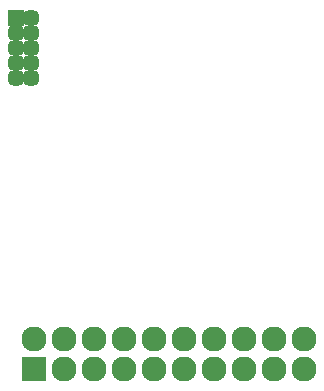
<source format=gbs>
G04 #@! TF.FileFunction,Soldermask,Bot*
%FSLAX46Y46*%
G04 Gerber Fmt 4.6, Leading zero omitted, Abs format (unit mm)*
G04 Created by KiCad (PCBNEW 4.0.1-stable) date Wednesday, August 10, 2016 'PMt' 06:55:05 PM*
%MOMM*%
G01*
G04 APERTURE LIST*
%ADD10C,0.100000*%
%ADD11R,1.450000X1.450000*%
%ADD12C,1.450000*%
%ADD13R,2.127200X2.127200*%
%ADD14O,2.127200X2.127200*%
G04 APERTURE END LIST*
D10*
D11*
X108458000Y-98806000D03*
D12*
X108458000Y-100076000D03*
X108458000Y-101346000D03*
X108458000Y-102616000D03*
X108458000Y-103886000D03*
X109728000Y-100076000D03*
X109728000Y-101346000D03*
X109728000Y-102616000D03*
X109728000Y-103886000D03*
X109728000Y-98806000D03*
D13*
X109982000Y-128524000D03*
D14*
X109982000Y-125984000D03*
X112522000Y-128524000D03*
X112522000Y-125984000D03*
X115062000Y-128524000D03*
X115062000Y-125984000D03*
X117602000Y-128524000D03*
X117602000Y-125984000D03*
X120142000Y-128524000D03*
X120142000Y-125984000D03*
X122682000Y-128524000D03*
X122682000Y-125984000D03*
X125222000Y-128524000D03*
X125222000Y-125984000D03*
X127762000Y-128524000D03*
X127762000Y-125984000D03*
X130302000Y-128524000D03*
X130302000Y-125984000D03*
X132842000Y-128524000D03*
X132842000Y-125984000D03*
M02*

</source>
